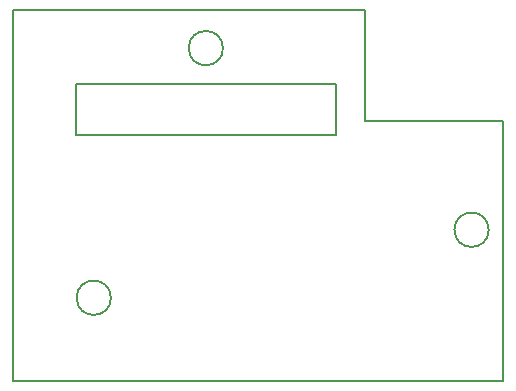
<source format=gbr>
G04 #@! TF.FileFunction,Profile,NP*
%FSLAX46Y46*%
G04 Gerber Fmt 4.6, Leading zero omitted, Abs format (unit mm)*
G04 Created by KiCad (PCBNEW 4.0.2-4+6225~38~ubuntu14.04.1-stable) date lun 04 abr 2016 12:34:46 ART*
%MOMM*%
G01*
G04 APERTURE LIST*
%ADD10C,0.100000*%
%ADD11C,0.150000*%
G04 APERTURE END LIST*
D10*
D11*
X138272205Y-108370000D02*
G75*
G03X138272205Y-108370000I-1452205J0D01*
G01*
X147762205Y-87232205D02*
G75*
G03X147762205Y-87232205I-1452205J0D01*
G01*
X170260000Y-102610000D02*
G75*
G03X170260000Y-102610000I-1452205J0D01*
G01*
X138272205Y-108370000D02*
G75*
G03X138272205Y-108370000I-1452205J0D01*
G01*
X157300000Y-94600000D02*
X135300000Y-94600000D01*
X157300000Y-90300000D02*
X157300000Y-94600000D01*
X135300000Y-90300000D02*
X157300000Y-90300000D01*
X135300000Y-94600000D02*
X135300000Y-90300000D01*
X171500000Y-115400000D02*
X130000000Y-115400000D01*
X171500000Y-115200000D02*
X171500000Y-115400000D01*
X171500000Y-111400000D02*
X171500000Y-115200000D01*
X171500000Y-103100000D02*
X171500000Y-111400000D01*
X171500000Y-93400000D02*
X171500000Y-103100000D01*
X159800000Y-93400000D02*
X171500000Y-93400000D01*
X159800000Y-84000000D02*
X159800000Y-93400000D01*
X132800000Y-84000000D02*
X159800000Y-84000000D01*
X132000000Y-84000000D02*
X132800000Y-84000000D01*
X130000000Y-84000000D02*
X132000000Y-84000000D01*
X130000000Y-115400000D02*
X130000000Y-84000000D01*
M02*

</source>
